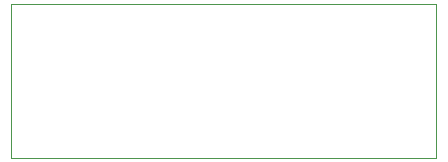
<source format=gko>
G04 #@! TF.FileFunction,Profile,NP*
%FSLAX46Y46*%
G04 Gerber Fmt 4.6, Leading zero omitted, Abs format (unit mm)*
G04 Created by KiCad (PCBNEW (2015-02-20 BZR 5435)-product) date Sun 22 Feb 2015 03:58:16 PM EST*
%MOMM*%
G01*
G04 APERTURE LIST*
%ADD10C,0.100000*%
G04 APERTURE END LIST*
D10*
X97500000Y-82500000D02*
X97500000Y-69500000D01*
X133500000Y-82500000D02*
X97500000Y-82500000D01*
X133500000Y-69500000D02*
X133500000Y-82500000D01*
X97500000Y-69500000D02*
X133500000Y-69500000D01*
M02*

</source>
